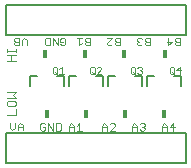
<source format=gto>
G75*
%MOIN*%
%OFA0B0*%
%FSLAX24Y24*%
%IPPOS*%
%LPD*%
%AMOC8*
5,1,8,0,0,1.08239X$1,22.5*
%
%ADD10C,0.0030*%
%ADD11C,0.0060*%
%ADD12C,0.0020*%
%ADD13R,0.0180X0.0300*%
%ADD14C,0.0080*%
D10*
X000468Y001228D02*
X000552Y001311D01*
X000552Y001478D01*
X000643Y001394D02*
X000726Y001478D01*
X000810Y001394D01*
X000810Y001228D01*
X000810Y001353D02*
X000643Y001353D01*
X000643Y001394D02*
X000643Y001228D01*
X000468Y001228D02*
X000385Y001311D01*
X000385Y001478D01*
X000285Y001735D02*
X000575Y001735D01*
X000575Y001928D01*
X000527Y002030D02*
X000575Y002078D01*
X000575Y002175D01*
X000527Y002223D01*
X000333Y002223D01*
X000285Y002175D01*
X000285Y002078D01*
X000333Y002030D01*
X000527Y002030D01*
X000575Y002324D02*
X000285Y002324D01*
X000478Y002421D02*
X000575Y002518D01*
X000285Y002518D01*
X000478Y002421D02*
X000575Y002324D01*
X001442Y001475D02*
X001400Y001434D01*
X001400Y001267D01*
X001442Y001225D01*
X001525Y001225D01*
X001567Y001267D01*
X001567Y001350D01*
X001483Y001350D01*
X001567Y001434D02*
X001525Y001475D01*
X001442Y001475D01*
X001658Y001475D02*
X001825Y001225D01*
X001825Y001475D01*
X001916Y001475D02*
X002041Y001475D01*
X002082Y001434D01*
X002082Y001267D01*
X002041Y001225D01*
X001916Y001225D01*
X001916Y001475D01*
X001658Y001475D02*
X001658Y001225D01*
X002348Y001225D02*
X002348Y001392D01*
X002431Y001475D01*
X002514Y001392D01*
X002514Y001225D01*
X002605Y001225D02*
X002772Y001225D01*
X002689Y001225D02*
X002689Y001475D01*
X002605Y001392D01*
X002514Y001350D02*
X002348Y001350D01*
X003448Y001350D02*
X003614Y001350D01*
X003614Y001392D02*
X003614Y001225D01*
X003705Y001225D02*
X003872Y001392D01*
X003872Y001434D01*
X003830Y001475D01*
X003747Y001475D01*
X003705Y001434D01*
X003614Y001392D02*
X003531Y001475D01*
X003448Y001392D01*
X003448Y001225D01*
X003705Y001225D02*
X003872Y001225D01*
X004448Y001225D02*
X004448Y001392D01*
X004531Y001475D01*
X004614Y001392D01*
X004614Y001225D01*
X004705Y001267D02*
X004747Y001225D01*
X004830Y001225D01*
X004872Y001267D01*
X004872Y001308D01*
X004830Y001350D01*
X004789Y001350D01*
X004830Y001350D02*
X004872Y001392D01*
X004872Y001434D01*
X004830Y001475D01*
X004747Y001475D01*
X004705Y001434D01*
X004614Y001350D02*
X004448Y001350D01*
X005448Y001350D02*
X005614Y001350D01*
X005614Y001392D02*
X005614Y001225D01*
X005705Y001350D02*
X005872Y001350D01*
X005830Y001225D02*
X005830Y001475D01*
X005705Y001350D01*
X005614Y001392D02*
X005531Y001475D01*
X005448Y001392D01*
X005448Y001225D01*
X005660Y004065D02*
X005785Y004190D01*
X005618Y004190D01*
X005660Y004315D02*
X005660Y004065D01*
X005876Y004106D02*
X005876Y004148D01*
X005917Y004190D01*
X006043Y004190D01*
X006043Y004315D02*
X005917Y004315D01*
X005876Y004273D01*
X005876Y004232D01*
X005917Y004190D01*
X005876Y004106D02*
X005917Y004065D01*
X006043Y004065D01*
X006043Y004315D01*
X005043Y004315D02*
X005043Y004065D01*
X004917Y004065D01*
X004876Y004106D01*
X004876Y004148D01*
X004917Y004190D01*
X005043Y004190D01*
X005043Y004315D02*
X004917Y004315D01*
X004876Y004273D01*
X004876Y004232D01*
X004917Y004190D01*
X004785Y004273D02*
X004743Y004315D01*
X004660Y004315D01*
X004618Y004273D01*
X004618Y004232D01*
X004660Y004190D01*
X004701Y004190D01*
X004660Y004190D02*
X004618Y004148D01*
X004618Y004106D01*
X004660Y004065D01*
X004743Y004065D01*
X004785Y004106D01*
X004043Y004065D02*
X003917Y004065D01*
X003876Y004106D01*
X003876Y004148D01*
X003917Y004190D01*
X004043Y004190D01*
X004043Y004315D02*
X003917Y004315D01*
X003876Y004273D01*
X003876Y004232D01*
X003917Y004190D01*
X003785Y004106D02*
X003743Y004065D01*
X003660Y004065D01*
X003618Y004106D01*
X003618Y004148D01*
X003785Y004315D01*
X003618Y004315D01*
X004043Y004315D02*
X004043Y004065D01*
X003043Y004065D02*
X002917Y004065D01*
X002876Y004106D01*
X002876Y004148D01*
X002917Y004190D01*
X003043Y004190D01*
X003043Y004315D02*
X002917Y004315D01*
X002876Y004273D01*
X002876Y004232D01*
X002917Y004190D01*
X002785Y004148D02*
X002701Y004065D01*
X002701Y004315D01*
X002618Y004315D02*
X002785Y004315D01*
X003043Y004315D02*
X003043Y004065D01*
X002230Y004106D02*
X002230Y004273D01*
X002188Y004315D01*
X002105Y004315D01*
X002063Y004273D01*
X002063Y004190D01*
X002147Y004190D01*
X002230Y004106D02*
X002188Y004065D01*
X002105Y004065D01*
X002063Y004106D01*
X001972Y004065D02*
X001805Y004315D01*
X001805Y004065D01*
X001714Y004065D02*
X001589Y004065D01*
X001548Y004106D01*
X001548Y004273D01*
X001589Y004315D01*
X001714Y004315D01*
X001714Y004065D01*
X001972Y004065D02*
X001972Y004315D01*
X000943Y004232D02*
X000943Y004065D01*
X000776Y004065D02*
X000776Y004232D01*
X000859Y004315D01*
X000943Y004232D01*
X000685Y004190D02*
X000560Y004190D01*
X000518Y004232D01*
X000518Y004273D01*
X000560Y004315D01*
X000685Y004315D01*
X000685Y004065D01*
X000560Y004065D01*
X000518Y004106D01*
X000518Y004148D01*
X000560Y004190D01*
X000575Y003939D02*
X000575Y003842D01*
X000575Y003891D02*
X000285Y003891D01*
X000285Y003939D02*
X000285Y003842D01*
X000285Y003741D02*
X000575Y003741D01*
X000430Y003741D02*
X000430Y003548D01*
X000575Y003548D02*
X000285Y003548D01*
D11*
X001055Y003030D02*
X001275Y003030D01*
X001055Y003030D02*
X001055Y002710D01*
X001955Y003030D02*
X002175Y003030D01*
X002175Y002710D01*
X002355Y002710D02*
X002355Y003030D01*
X002575Y003030D01*
X003255Y003030D02*
X003475Y003030D01*
X003475Y002710D01*
X003655Y002710D02*
X003655Y003030D01*
X003875Y003030D01*
X004555Y003030D02*
X004775Y003030D01*
X004775Y002710D01*
X004955Y002710D02*
X004955Y003030D01*
X005175Y003030D01*
X005855Y003030D02*
X006075Y003030D01*
X006075Y002710D01*
D12*
X006044Y003120D02*
X006044Y003340D01*
X005934Y003230D01*
X006081Y003230D01*
X005860Y003157D02*
X005823Y003120D01*
X005750Y003120D01*
X005713Y003157D01*
X005713Y003303D01*
X005750Y003340D01*
X005823Y003340D01*
X005860Y003303D01*
X005860Y003157D01*
X005860Y003120D02*
X005786Y003193D01*
X004781Y003193D02*
X004781Y003157D01*
X004744Y003120D01*
X004671Y003120D01*
X004634Y003157D01*
X004560Y003157D02*
X004523Y003120D01*
X004450Y003120D01*
X004413Y003157D01*
X004413Y003303D01*
X004450Y003340D01*
X004523Y003340D01*
X004560Y003303D01*
X004560Y003157D01*
X004560Y003120D02*
X004486Y003193D01*
X004634Y003303D02*
X004671Y003340D01*
X004744Y003340D01*
X004781Y003303D01*
X004781Y003267D01*
X004744Y003230D01*
X004781Y003193D01*
X004744Y003230D02*
X004707Y003230D01*
X003431Y003267D02*
X003431Y003303D01*
X003394Y003340D01*
X003321Y003340D01*
X003284Y003303D01*
X003210Y003303D02*
X003173Y003340D01*
X003100Y003340D01*
X003063Y003303D01*
X003063Y003157D01*
X003100Y003120D01*
X003173Y003120D01*
X003210Y003157D01*
X003210Y003303D01*
X003136Y003193D02*
X003210Y003120D01*
X003284Y003120D02*
X003431Y003267D01*
X003431Y003120D02*
X003284Y003120D01*
X002181Y003120D02*
X002034Y003120D01*
X002107Y003120D02*
X002107Y003340D01*
X002034Y003267D01*
X001960Y003303D02*
X001960Y003157D01*
X001923Y003120D01*
X001850Y003120D01*
X001813Y003157D01*
X001813Y003303D01*
X001850Y003340D01*
X001923Y003340D01*
X001960Y003303D01*
X001886Y003193D02*
X001960Y003120D01*
D13*
X001565Y003770D03*
X002895Y003770D03*
X004195Y003770D03*
X005545Y003770D03*
X005515Y001770D03*
X004215Y001770D03*
X002915Y001770D03*
X001615Y001770D03*
D14*
X000245Y000150D02*
X006245Y000150D01*
X006245Y001150D01*
X000245Y001150D01*
X000245Y000150D01*
X000245Y004400D02*
X000245Y005400D01*
X006245Y005400D01*
X006245Y004400D01*
X000245Y004400D01*
M02*

</source>
